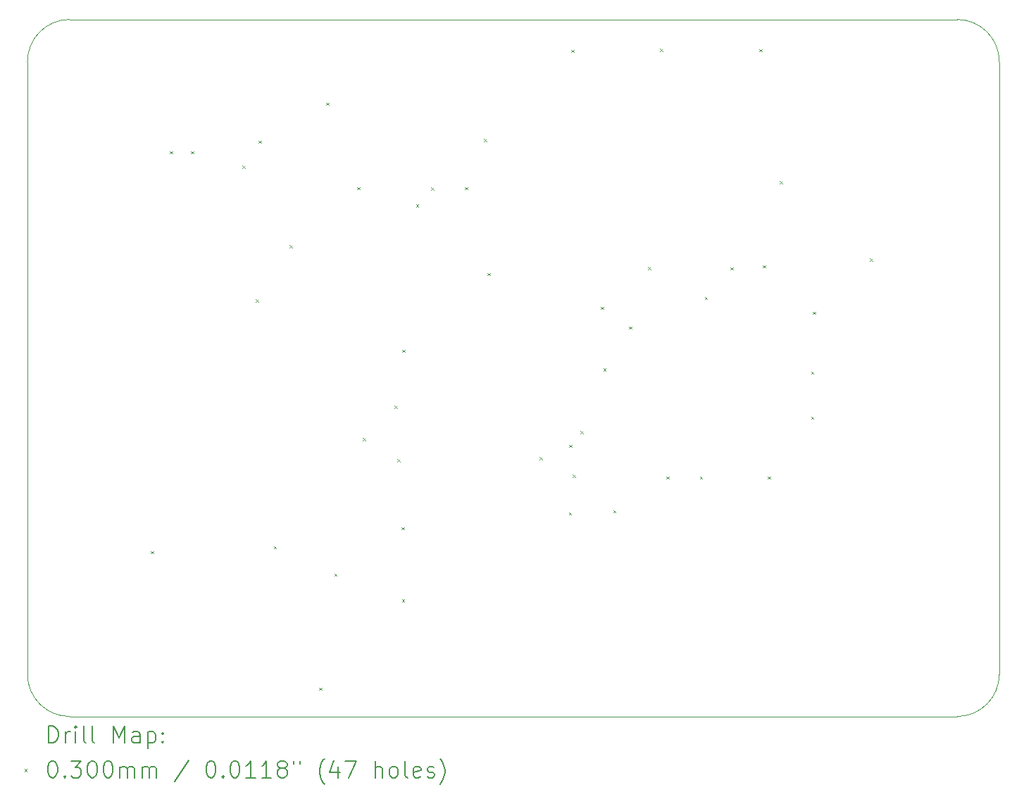
<source format=gbr>
%TF.GenerationSoftware,KiCad,Pcbnew,7.0.7*%
%TF.CreationDate,2024-06-01T18:58:20-04:00*%
%TF.ProjectId,Payload,5061796c-6f61-4642-9e6b-696361645f70,rev?*%
%TF.SameCoordinates,Original*%
%TF.FileFunction,Drillmap*%
%TF.FilePolarity,Positive*%
%FSLAX45Y45*%
G04 Gerber Fmt 4.5, Leading zero omitted, Abs format (unit mm)*
G04 Created by KiCad (PCBNEW 7.0.7) date 2024-06-01 18:58:20*
%MOMM*%
%LPD*%
G01*
G04 APERTURE LIST*
%ADD10C,0.100000*%
%ADD11C,0.200000*%
%ADD12C,0.030000*%
G04 APERTURE END LIST*
D10*
X6350000Y-3810000D02*
X17018000Y-3810000D01*
X5842000Y-11684000D02*
X5842000Y-4318000D01*
X17018000Y-12192000D02*
X6350000Y-12192000D01*
X17526000Y-4318000D02*
X17526000Y-11684000D01*
X6350000Y-3810000D02*
G75*
G03*
X5842000Y-4318000I0J-508000D01*
G01*
X5842000Y-11684000D02*
G75*
G03*
X6350000Y-12192000I508000J0D01*
G01*
X17018000Y-12192000D02*
G75*
G03*
X17526000Y-11684000I0J508000D01*
G01*
X17526000Y-4318000D02*
G75*
G03*
X17018000Y-3810000I-508000J0D01*
G01*
D11*
D12*
X7325000Y-10205000D02*
X7355000Y-10235000D01*
X7355000Y-10205000D02*
X7325000Y-10235000D01*
X7554200Y-5395200D02*
X7584200Y-5425200D01*
X7584200Y-5395200D02*
X7554200Y-5425200D01*
X7808200Y-5395200D02*
X7838200Y-5425200D01*
X7838200Y-5395200D02*
X7808200Y-5425200D01*
X8427850Y-5568250D02*
X8457850Y-5598250D01*
X8457850Y-5568250D02*
X8427850Y-5598250D01*
X8587980Y-7175740D02*
X8617980Y-7205740D01*
X8617980Y-7175740D02*
X8587980Y-7205740D01*
X8621000Y-5268200D02*
X8651000Y-5298200D01*
X8651000Y-5268200D02*
X8621000Y-5298200D01*
X8805000Y-10145000D02*
X8835000Y-10175000D01*
X8835000Y-10145000D02*
X8805000Y-10175000D01*
X8991840Y-6525500D02*
X9021840Y-6555500D01*
X9021840Y-6525500D02*
X8991840Y-6555500D01*
X9349980Y-11846800D02*
X9379980Y-11876800D01*
X9379980Y-11846800D02*
X9349980Y-11876800D01*
X9433800Y-4811000D02*
X9463800Y-4841000D01*
X9463800Y-4811000D02*
X9433800Y-4841000D01*
X9532860Y-10472660D02*
X9562860Y-10502660D01*
X9562860Y-10472660D02*
X9532860Y-10502660D01*
X9804640Y-5827000D02*
X9834640Y-5857000D01*
X9834640Y-5827000D02*
X9804640Y-5857000D01*
X9873220Y-8844520D02*
X9903220Y-8874520D01*
X9903220Y-8844520D02*
X9873220Y-8874520D01*
X10254220Y-8453360D02*
X10284220Y-8483360D01*
X10284220Y-8453360D02*
X10254220Y-8483360D01*
X10289780Y-9098520D02*
X10319780Y-9128520D01*
X10319780Y-9098520D02*
X10289780Y-9128520D01*
X10338040Y-9913860D02*
X10368040Y-9943860D01*
X10368040Y-9913860D02*
X10338040Y-9943860D01*
X10345000Y-10785000D02*
X10375000Y-10815000D01*
X10375000Y-10785000D02*
X10345000Y-10815000D01*
X10348200Y-7780260D02*
X10378200Y-7810260D01*
X10378200Y-7780260D02*
X10348200Y-7810260D01*
X10513300Y-6035280D02*
X10543300Y-6065280D01*
X10543300Y-6035280D02*
X10513300Y-6065280D01*
X10696180Y-5832080D02*
X10726180Y-5862080D01*
X10726180Y-5832080D02*
X10696180Y-5862080D01*
X11102580Y-5827000D02*
X11132580Y-5857000D01*
X11132580Y-5827000D02*
X11102580Y-5857000D01*
X11328640Y-5245340D02*
X11358640Y-5275340D01*
X11358640Y-5245340D02*
X11328640Y-5275340D01*
X11371820Y-6858240D02*
X11401820Y-6888240D01*
X11401820Y-6858240D02*
X11371820Y-6888240D01*
X11999200Y-9071215D02*
X12029200Y-9101215D01*
X12029200Y-9071215D02*
X11999200Y-9101215D01*
X12349720Y-9738600D02*
X12379720Y-9768600D01*
X12379720Y-9738600D02*
X12349720Y-9768600D01*
X12357340Y-8925800D02*
X12387340Y-8955800D01*
X12387340Y-8925800D02*
X12357340Y-8955800D01*
X12380200Y-4176000D02*
X12410200Y-4206000D01*
X12410200Y-4176000D02*
X12380200Y-4206000D01*
X12395440Y-9286480D02*
X12425440Y-9316480D01*
X12425440Y-9286480D02*
X12395440Y-9316480D01*
X12489420Y-8758160D02*
X12519420Y-8788160D01*
X12519420Y-8758160D02*
X12489420Y-8788160D01*
X12738340Y-7264640D02*
X12768340Y-7294640D01*
X12768340Y-7264640D02*
X12738340Y-7294640D01*
X12765000Y-8005000D02*
X12795000Y-8035000D01*
X12795000Y-8005000D02*
X12765000Y-8035000D01*
X12883120Y-9713200D02*
X12913120Y-9743200D01*
X12913120Y-9713200D02*
X12883120Y-9743200D01*
X13076160Y-7500860D02*
X13106160Y-7530860D01*
X13106160Y-7500860D02*
X13076160Y-7530860D01*
X13305000Y-6785000D02*
X13335000Y-6815000D01*
X13335000Y-6785000D02*
X13305000Y-6815000D01*
X13447000Y-4160760D02*
X13477000Y-4190760D01*
X13477000Y-4160760D02*
X13447000Y-4190760D01*
X13525000Y-9305000D02*
X13555000Y-9335000D01*
X13555000Y-9305000D02*
X13525000Y-9335000D01*
X13925000Y-9305000D02*
X13955000Y-9335000D01*
X13955000Y-9305000D02*
X13925000Y-9335000D01*
X13985480Y-7145260D02*
X14015480Y-7175260D01*
X14015480Y-7145260D02*
X13985480Y-7175260D01*
X14295360Y-6789660D02*
X14325360Y-6819660D01*
X14325360Y-6789660D02*
X14295360Y-6819660D01*
X14643340Y-4165840D02*
X14673340Y-4195840D01*
X14673340Y-4165840D02*
X14643340Y-4195840D01*
X14685000Y-6765000D02*
X14715000Y-6795000D01*
X14715000Y-6765000D02*
X14685000Y-6795000D01*
X14745000Y-9305000D02*
X14775000Y-9335000D01*
X14775000Y-9305000D02*
X14745000Y-9335000D01*
X14884640Y-5753340D02*
X14914640Y-5783340D01*
X14914640Y-5753340D02*
X14884640Y-5783340D01*
X15265000Y-8045000D02*
X15295000Y-8075000D01*
X15295000Y-8045000D02*
X15265000Y-8075000D01*
X15265000Y-8585000D02*
X15295000Y-8615000D01*
X15295000Y-8585000D02*
X15265000Y-8615000D01*
X15285000Y-7325000D02*
X15315000Y-7355000D01*
X15315000Y-7325000D02*
X15285000Y-7355000D01*
X15971760Y-6682980D02*
X16001760Y-6712980D01*
X16001760Y-6682980D02*
X15971760Y-6712980D01*
D11*
X6097777Y-12508484D02*
X6097777Y-12308484D01*
X6097777Y-12308484D02*
X6145396Y-12308484D01*
X6145396Y-12308484D02*
X6173967Y-12318008D01*
X6173967Y-12318008D02*
X6193015Y-12337055D01*
X6193015Y-12337055D02*
X6202539Y-12356103D01*
X6202539Y-12356103D02*
X6212062Y-12394198D01*
X6212062Y-12394198D02*
X6212062Y-12422769D01*
X6212062Y-12422769D02*
X6202539Y-12460865D01*
X6202539Y-12460865D02*
X6193015Y-12479912D01*
X6193015Y-12479912D02*
X6173967Y-12498960D01*
X6173967Y-12498960D02*
X6145396Y-12508484D01*
X6145396Y-12508484D02*
X6097777Y-12508484D01*
X6297777Y-12508484D02*
X6297777Y-12375150D01*
X6297777Y-12413246D02*
X6307301Y-12394198D01*
X6307301Y-12394198D02*
X6316824Y-12384674D01*
X6316824Y-12384674D02*
X6335872Y-12375150D01*
X6335872Y-12375150D02*
X6354920Y-12375150D01*
X6421586Y-12508484D02*
X6421586Y-12375150D01*
X6421586Y-12308484D02*
X6412062Y-12318008D01*
X6412062Y-12318008D02*
X6421586Y-12327531D01*
X6421586Y-12327531D02*
X6431110Y-12318008D01*
X6431110Y-12318008D02*
X6421586Y-12308484D01*
X6421586Y-12308484D02*
X6421586Y-12327531D01*
X6545396Y-12508484D02*
X6526348Y-12498960D01*
X6526348Y-12498960D02*
X6516824Y-12479912D01*
X6516824Y-12479912D02*
X6516824Y-12308484D01*
X6650158Y-12508484D02*
X6631110Y-12498960D01*
X6631110Y-12498960D02*
X6621586Y-12479912D01*
X6621586Y-12479912D02*
X6621586Y-12308484D01*
X6878729Y-12508484D02*
X6878729Y-12308484D01*
X6878729Y-12308484D02*
X6945396Y-12451341D01*
X6945396Y-12451341D02*
X7012062Y-12308484D01*
X7012062Y-12308484D02*
X7012062Y-12508484D01*
X7193015Y-12508484D02*
X7193015Y-12403722D01*
X7193015Y-12403722D02*
X7183491Y-12384674D01*
X7183491Y-12384674D02*
X7164443Y-12375150D01*
X7164443Y-12375150D02*
X7126348Y-12375150D01*
X7126348Y-12375150D02*
X7107301Y-12384674D01*
X7193015Y-12498960D02*
X7173967Y-12508484D01*
X7173967Y-12508484D02*
X7126348Y-12508484D01*
X7126348Y-12508484D02*
X7107301Y-12498960D01*
X7107301Y-12498960D02*
X7097777Y-12479912D01*
X7097777Y-12479912D02*
X7097777Y-12460865D01*
X7097777Y-12460865D02*
X7107301Y-12441817D01*
X7107301Y-12441817D02*
X7126348Y-12432293D01*
X7126348Y-12432293D02*
X7173967Y-12432293D01*
X7173967Y-12432293D02*
X7193015Y-12422769D01*
X7288253Y-12375150D02*
X7288253Y-12575150D01*
X7288253Y-12384674D02*
X7307301Y-12375150D01*
X7307301Y-12375150D02*
X7345396Y-12375150D01*
X7345396Y-12375150D02*
X7364443Y-12384674D01*
X7364443Y-12384674D02*
X7373967Y-12394198D01*
X7373967Y-12394198D02*
X7383491Y-12413246D01*
X7383491Y-12413246D02*
X7383491Y-12470388D01*
X7383491Y-12470388D02*
X7373967Y-12489436D01*
X7373967Y-12489436D02*
X7364443Y-12498960D01*
X7364443Y-12498960D02*
X7345396Y-12508484D01*
X7345396Y-12508484D02*
X7307301Y-12508484D01*
X7307301Y-12508484D02*
X7288253Y-12498960D01*
X7469205Y-12489436D02*
X7478729Y-12498960D01*
X7478729Y-12498960D02*
X7469205Y-12508484D01*
X7469205Y-12508484D02*
X7459682Y-12498960D01*
X7459682Y-12498960D02*
X7469205Y-12489436D01*
X7469205Y-12489436D02*
X7469205Y-12508484D01*
X7469205Y-12384674D02*
X7478729Y-12394198D01*
X7478729Y-12394198D02*
X7469205Y-12403722D01*
X7469205Y-12403722D02*
X7459682Y-12394198D01*
X7459682Y-12394198D02*
X7469205Y-12384674D01*
X7469205Y-12384674D02*
X7469205Y-12403722D01*
D12*
X5807000Y-12822000D02*
X5837000Y-12852000D01*
X5837000Y-12822000D02*
X5807000Y-12852000D01*
D11*
X6135872Y-12728484D02*
X6154920Y-12728484D01*
X6154920Y-12728484D02*
X6173967Y-12738008D01*
X6173967Y-12738008D02*
X6183491Y-12747531D01*
X6183491Y-12747531D02*
X6193015Y-12766579D01*
X6193015Y-12766579D02*
X6202539Y-12804674D01*
X6202539Y-12804674D02*
X6202539Y-12852293D01*
X6202539Y-12852293D02*
X6193015Y-12890388D01*
X6193015Y-12890388D02*
X6183491Y-12909436D01*
X6183491Y-12909436D02*
X6173967Y-12918960D01*
X6173967Y-12918960D02*
X6154920Y-12928484D01*
X6154920Y-12928484D02*
X6135872Y-12928484D01*
X6135872Y-12928484D02*
X6116824Y-12918960D01*
X6116824Y-12918960D02*
X6107301Y-12909436D01*
X6107301Y-12909436D02*
X6097777Y-12890388D01*
X6097777Y-12890388D02*
X6088253Y-12852293D01*
X6088253Y-12852293D02*
X6088253Y-12804674D01*
X6088253Y-12804674D02*
X6097777Y-12766579D01*
X6097777Y-12766579D02*
X6107301Y-12747531D01*
X6107301Y-12747531D02*
X6116824Y-12738008D01*
X6116824Y-12738008D02*
X6135872Y-12728484D01*
X6288253Y-12909436D02*
X6297777Y-12918960D01*
X6297777Y-12918960D02*
X6288253Y-12928484D01*
X6288253Y-12928484D02*
X6278729Y-12918960D01*
X6278729Y-12918960D02*
X6288253Y-12909436D01*
X6288253Y-12909436D02*
X6288253Y-12928484D01*
X6364443Y-12728484D02*
X6488253Y-12728484D01*
X6488253Y-12728484D02*
X6421586Y-12804674D01*
X6421586Y-12804674D02*
X6450158Y-12804674D01*
X6450158Y-12804674D02*
X6469205Y-12814198D01*
X6469205Y-12814198D02*
X6478729Y-12823722D01*
X6478729Y-12823722D02*
X6488253Y-12842769D01*
X6488253Y-12842769D02*
X6488253Y-12890388D01*
X6488253Y-12890388D02*
X6478729Y-12909436D01*
X6478729Y-12909436D02*
X6469205Y-12918960D01*
X6469205Y-12918960D02*
X6450158Y-12928484D01*
X6450158Y-12928484D02*
X6393015Y-12928484D01*
X6393015Y-12928484D02*
X6373967Y-12918960D01*
X6373967Y-12918960D02*
X6364443Y-12909436D01*
X6612062Y-12728484D02*
X6631110Y-12728484D01*
X6631110Y-12728484D02*
X6650158Y-12738008D01*
X6650158Y-12738008D02*
X6659682Y-12747531D01*
X6659682Y-12747531D02*
X6669205Y-12766579D01*
X6669205Y-12766579D02*
X6678729Y-12804674D01*
X6678729Y-12804674D02*
X6678729Y-12852293D01*
X6678729Y-12852293D02*
X6669205Y-12890388D01*
X6669205Y-12890388D02*
X6659682Y-12909436D01*
X6659682Y-12909436D02*
X6650158Y-12918960D01*
X6650158Y-12918960D02*
X6631110Y-12928484D01*
X6631110Y-12928484D02*
X6612062Y-12928484D01*
X6612062Y-12928484D02*
X6593015Y-12918960D01*
X6593015Y-12918960D02*
X6583491Y-12909436D01*
X6583491Y-12909436D02*
X6573967Y-12890388D01*
X6573967Y-12890388D02*
X6564443Y-12852293D01*
X6564443Y-12852293D02*
X6564443Y-12804674D01*
X6564443Y-12804674D02*
X6573967Y-12766579D01*
X6573967Y-12766579D02*
X6583491Y-12747531D01*
X6583491Y-12747531D02*
X6593015Y-12738008D01*
X6593015Y-12738008D02*
X6612062Y-12728484D01*
X6802539Y-12728484D02*
X6821586Y-12728484D01*
X6821586Y-12728484D02*
X6840634Y-12738008D01*
X6840634Y-12738008D02*
X6850158Y-12747531D01*
X6850158Y-12747531D02*
X6859682Y-12766579D01*
X6859682Y-12766579D02*
X6869205Y-12804674D01*
X6869205Y-12804674D02*
X6869205Y-12852293D01*
X6869205Y-12852293D02*
X6859682Y-12890388D01*
X6859682Y-12890388D02*
X6850158Y-12909436D01*
X6850158Y-12909436D02*
X6840634Y-12918960D01*
X6840634Y-12918960D02*
X6821586Y-12928484D01*
X6821586Y-12928484D02*
X6802539Y-12928484D01*
X6802539Y-12928484D02*
X6783491Y-12918960D01*
X6783491Y-12918960D02*
X6773967Y-12909436D01*
X6773967Y-12909436D02*
X6764443Y-12890388D01*
X6764443Y-12890388D02*
X6754920Y-12852293D01*
X6754920Y-12852293D02*
X6754920Y-12804674D01*
X6754920Y-12804674D02*
X6764443Y-12766579D01*
X6764443Y-12766579D02*
X6773967Y-12747531D01*
X6773967Y-12747531D02*
X6783491Y-12738008D01*
X6783491Y-12738008D02*
X6802539Y-12728484D01*
X6954920Y-12928484D02*
X6954920Y-12795150D01*
X6954920Y-12814198D02*
X6964443Y-12804674D01*
X6964443Y-12804674D02*
X6983491Y-12795150D01*
X6983491Y-12795150D02*
X7012063Y-12795150D01*
X7012063Y-12795150D02*
X7031110Y-12804674D01*
X7031110Y-12804674D02*
X7040634Y-12823722D01*
X7040634Y-12823722D02*
X7040634Y-12928484D01*
X7040634Y-12823722D02*
X7050158Y-12804674D01*
X7050158Y-12804674D02*
X7069205Y-12795150D01*
X7069205Y-12795150D02*
X7097777Y-12795150D01*
X7097777Y-12795150D02*
X7116824Y-12804674D01*
X7116824Y-12804674D02*
X7126348Y-12823722D01*
X7126348Y-12823722D02*
X7126348Y-12928484D01*
X7221586Y-12928484D02*
X7221586Y-12795150D01*
X7221586Y-12814198D02*
X7231110Y-12804674D01*
X7231110Y-12804674D02*
X7250158Y-12795150D01*
X7250158Y-12795150D02*
X7278729Y-12795150D01*
X7278729Y-12795150D02*
X7297777Y-12804674D01*
X7297777Y-12804674D02*
X7307301Y-12823722D01*
X7307301Y-12823722D02*
X7307301Y-12928484D01*
X7307301Y-12823722D02*
X7316824Y-12804674D01*
X7316824Y-12804674D02*
X7335872Y-12795150D01*
X7335872Y-12795150D02*
X7364443Y-12795150D01*
X7364443Y-12795150D02*
X7383491Y-12804674D01*
X7383491Y-12804674D02*
X7393015Y-12823722D01*
X7393015Y-12823722D02*
X7393015Y-12928484D01*
X7783491Y-12718960D02*
X7612063Y-12976103D01*
X8040634Y-12728484D02*
X8059682Y-12728484D01*
X8059682Y-12728484D02*
X8078729Y-12738008D01*
X8078729Y-12738008D02*
X8088253Y-12747531D01*
X8088253Y-12747531D02*
X8097777Y-12766579D01*
X8097777Y-12766579D02*
X8107301Y-12804674D01*
X8107301Y-12804674D02*
X8107301Y-12852293D01*
X8107301Y-12852293D02*
X8097777Y-12890388D01*
X8097777Y-12890388D02*
X8088253Y-12909436D01*
X8088253Y-12909436D02*
X8078729Y-12918960D01*
X8078729Y-12918960D02*
X8059682Y-12928484D01*
X8059682Y-12928484D02*
X8040634Y-12928484D01*
X8040634Y-12928484D02*
X8021586Y-12918960D01*
X8021586Y-12918960D02*
X8012063Y-12909436D01*
X8012063Y-12909436D02*
X8002539Y-12890388D01*
X8002539Y-12890388D02*
X7993015Y-12852293D01*
X7993015Y-12852293D02*
X7993015Y-12804674D01*
X7993015Y-12804674D02*
X8002539Y-12766579D01*
X8002539Y-12766579D02*
X8012063Y-12747531D01*
X8012063Y-12747531D02*
X8021586Y-12738008D01*
X8021586Y-12738008D02*
X8040634Y-12728484D01*
X8193015Y-12909436D02*
X8202539Y-12918960D01*
X8202539Y-12918960D02*
X8193015Y-12928484D01*
X8193015Y-12928484D02*
X8183491Y-12918960D01*
X8183491Y-12918960D02*
X8193015Y-12909436D01*
X8193015Y-12909436D02*
X8193015Y-12928484D01*
X8326348Y-12728484D02*
X8345396Y-12728484D01*
X8345396Y-12728484D02*
X8364444Y-12738008D01*
X8364444Y-12738008D02*
X8373967Y-12747531D01*
X8373967Y-12747531D02*
X8383491Y-12766579D01*
X8383491Y-12766579D02*
X8393015Y-12804674D01*
X8393015Y-12804674D02*
X8393015Y-12852293D01*
X8393015Y-12852293D02*
X8383491Y-12890388D01*
X8383491Y-12890388D02*
X8373967Y-12909436D01*
X8373967Y-12909436D02*
X8364444Y-12918960D01*
X8364444Y-12918960D02*
X8345396Y-12928484D01*
X8345396Y-12928484D02*
X8326348Y-12928484D01*
X8326348Y-12928484D02*
X8307301Y-12918960D01*
X8307301Y-12918960D02*
X8297777Y-12909436D01*
X8297777Y-12909436D02*
X8288253Y-12890388D01*
X8288253Y-12890388D02*
X8278729Y-12852293D01*
X8278729Y-12852293D02*
X8278729Y-12804674D01*
X8278729Y-12804674D02*
X8288253Y-12766579D01*
X8288253Y-12766579D02*
X8297777Y-12747531D01*
X8297777Y-12747531D02*
X8307301Y-12738008D01*
X8307301Y-12738008D02*
X8326348Y-12728484D01*
X8583491Y-12928484D02*
X8469206Y-12928484D01*
X8526348Y-12928484D02*
X8526348Y-12728484D01*
X8526348Y-12728484D02*
X8507301Y-12757055D01*
X8507301Y-12757055D02*
X8488253Y-12776103D01*
X8488253Y-12776103D02*
X8469206Y-12785627D01*
X8773968Y-12928484D02*
X8659682Y-12928484D01*
X8716825Y-12928484D02*
X8716825Y-12728484D01*
X8716825Y-12728484D02*
X8697777Y-12757055D01*
X8697777Y-12757055D02*
X8678729Y-12776103D01*
X8678729Y-12776103D02*
X8659682Y-12785627D01*
X8888253Y-12814198D02*
X8869206Y-12804674D01*
X8869206Y-12804674D02*
X8859682Y-12795150D01*
X8859682Y-12795150D02*
X8850158Y-12776103D01*
X8850158Y-12776103D02*
X8850158Y-12766579D01*
X8850158Y-12766579D02*
X8859682Y-12747531D01*
X8859682Y-12747531D02*
X8869206Y-12738008D01*
X8869206Y-12738008D02*
X8888253Y-12728484D01*
X8888253Y-12728484D02*
X8926349Y-12728484D01*
X8926349Y-12728484D02*
X8945396Y-12738008D01*
X8945396Y-12738008D02*
X8954920Y-12747531D01*
X8954920Y-12747531D02*
X8964444Y-12766579D01*
X8964444Y-12766579D02*
X8964444Y-12776103D01*
X8964444Y-12776103D02*
X8954920Y-12795150D01*
X8954920Y-12795150D02*
X8945396Y-12804674D01*
X8945396Y-12804674D02*
X8926349Y-12814198D01*
X8926349Y-12814198D02*
X8888253Y-12814198D01*
X8888253Y-12814198D02*
X8869206Y-12823722D01*
X8869206Y-12823722D02*
X8859682Y-12833246D01*
X8859682Y-12833246D02*
X8850158Y-12852293D01*
X8850158Y-12852293D02*
X8850158Y-12890388D01*
X8850158Y-12890388D02*
X8859682Y-12909436D01*
X8859682Y-12909436D02*
X8869206Y-12918960D01*
X8869206Y-12918960D02*
X8888253Y-12928484D01*
X8888253Y-12928484D02*
X8926349Y-12928484D01*
X8926349Y-12928484D02*
X8945396Y-12918960D01*
X8945396Y-12918960D02*
X8954920Y-12909436D01*
X8954920Y-12909436D02*
X8964444Y-12890388D01*
X8964444Y-12890388D02*
X8964444Y-12852293D01*
X8964444Y-12852293D02*
X8954920Y-12833246D01*
X8954920Y-12833246D02*
X8945396Y-12823722D01*
X8945396Y-12823722D02*
X8926349Y-12814198D01*
X9040634Y-12728484D02*
X9040634Y-12766579D01*
X9116825Y-12728484D02*
X9116825Y-12766579D01*
X9412063Y-13004674D02*
X9402539Y-12995150D01*
X9402539Y-12995150D02*
X9383491Y-12966579D01*
X9383491Y-12966579D02*
X9373968Y-12947531D01*
X9373968Y-12947531D02*
X9364444Y-12918960D01*
X9364444Y-12918960D02*
X9354920Y-12871341D01*
X9354920Y-12871341D02*
X9354920Y-12833246D01*
X9354920Y-12833246D02*
X9364444Y-12785627D01*
X9364444Y-12785627D02*
X9373968Y-12757055D01*
X9373968Y-12757055D02*
X9383491Y-12738008D01*
X9383491Y-12738008D02*
X9402539Y-12709436D01*
X9402539Y-12709436D02*
X9412063Y-12699912D01*
X9573968Y-12795150D02*
X9573968Y-12928484D01*
X9526349Y-12718960D02*
X9478730Y-12861817D01*
X9478730Y-12861817D02*
X9602539Y-12861817D01*
X9659682Y-12728484D02*
X9793015Y-12728484D01*
X9793015Y-12728484D02*
X9707301Y-12928484D01*
X10021587Y-12928484D02*
X10021587Y-12728484D01*
X10107301Y-12928484D02*
X10107301Y-12823722D01*
X10107301Y-12823722D02*
X10097777Y-12804674D01*
X10097777Y-12804674D02*
X10078730Y-12795150D01*
X10078730Y-12795150D02*
X10050158Y-12795150D01*
X10050158Y-12795150D02*
X10031111Y-12804674D01*
X10031111Y-12804674D02*
X10021587Y-12814198D01*
X10231111Y-12928484D02*
X10212063Y-12918960D01*
X10212063Y-12918960D02*
X10202539Y-12909436D01*
X10202539Y-12909436D02*
X10193015Y-12890388D01*
X10193015Y-12890388D02*
X10193015Y-12833246D01*
X10193015Y-12833246D02*
X10202539Y-12814198D01*
X10202539Y-12814198D02*
X10212063Y-12804674D01*
X10212063Y-12804674D02*
X10231111Y-12795150D01*
X10231111Y-12795150D02*
X10259682Y-12795150D01*
X10259682Y-12795150D02*
X10278730Y-12804674D01*
X10278730Y-12804674D02*
X10288253Y-12814198D01*
X10288253Y-12814198D02*
X10297777Y-12833246D01*
X10297777Y-12833246D02*
X10297777Y-12890388D01*
X10297777Y-12890388D02*
X10288253Y-12909436D01*
X10288253Y-12909436D02*
X10278730Y-12918960D01*
X10278730Y-12918960D02*
X10259682Y-12928484D01*
X10259682Y-12928484D02*
X10231111Y-12928484D01*
X10412063Y-12928484D02*
X10393015Y-12918960D01*
X10393015Y-12918960D02*
X10383492Y-12899912D01*
X10383492Y-12899912D02*
X10383492Y-12728484D01*
X10564444Y-12918960D02*
X10545396Y-12928484D01*
X10545396Y-12928484D02*
X10507301Y-12928484D01*
X10507301Y-12928484D02*
X10488253Y-12918960D01*
X10488253Y-12918960D02*
X10478730Y-12899912D01*
X10478730Y-12899912D02*
X10478730Y-12823722D01*
X10478730Y-12823722D02*
X10488253Y-12804674D01*
X10488253Y-12804674D02*
X10507301Y-12795150D01*
X10507301Y-12795150D02*
X10545396Y-12795150D01*
X10545396Y-12795150D02*
X10564444Y-12804674D01*
X10564444Y-12804674D02*
X10573968Y-12823722D01*
X10573968Y-12823722D02*
X10573968Y-12842769D01*
X10573968Y-12842769D02*
X10478730Y-12861817D01*
X10650158Y-12918960D02*
X10669206Y-12928484D01*
X10669206Y-12928484D02*
X10707301Y-12928484D01*
X10707301Y-12928484D02*
X10726349Y-12918960D01*
X10726349Y-12918960D02*
X10735873Y-12899912D01*
X10735873Y-12899912D02*
X10735873Y-12890388D01*
X10735873Y-12890388D02*
X10726349Y-12871341D01*
X10726349Y-12871341D02*
X10707301Y-12861817D01*
X10707301Y-12861817D02*
X10678730Y-12861817D01*
X10678730Y-12861817D02*
X10659682Y-12852293D01*
X10659682Y-12852293D02*
X10650158Y-12833246D01*
X10650158Y-12833246D02*
X10650158Y-12823722D01*
X10650158Y-12823722D02*
X10659682Y-12804674D01*
X10659682Y-12804674D02*
X10678730Y-12795150D01*
X10678730Y-12795150D02*
X10707301Y-12795150D01*
X10707301Y-12795150D02*
X10726349Y-12804674D01*
X10802539Y-13004674D02*
X10812063Y-12995150D01*
X10812063Y-12995150D02*
X10831111Y-12966579D01*
X10831111Y-12966579D02*
X10840634Y-12947531D01*
X10840634Y-12947531D02*
X10850158Y-12918960D01*
X10850158Y-12918960D02*
X10859682Y-12871341D01*
X10859682Y-12871341D02*
X10859682Y-12833246D01*
X10859682Y-12833246D02*
X10850158Y-12785627D01*
X10850158Y-12785627D02*
X10840634Y-12757055D01*
X10840634Y-12757055D02*
X10831111Y-12738008D01*
X10831111Y-12738008D02*
X10812063Y-12709436D01*
X10812063Y-12709436D02*
X10802539Y-12699912D01*
M02*

</source>
